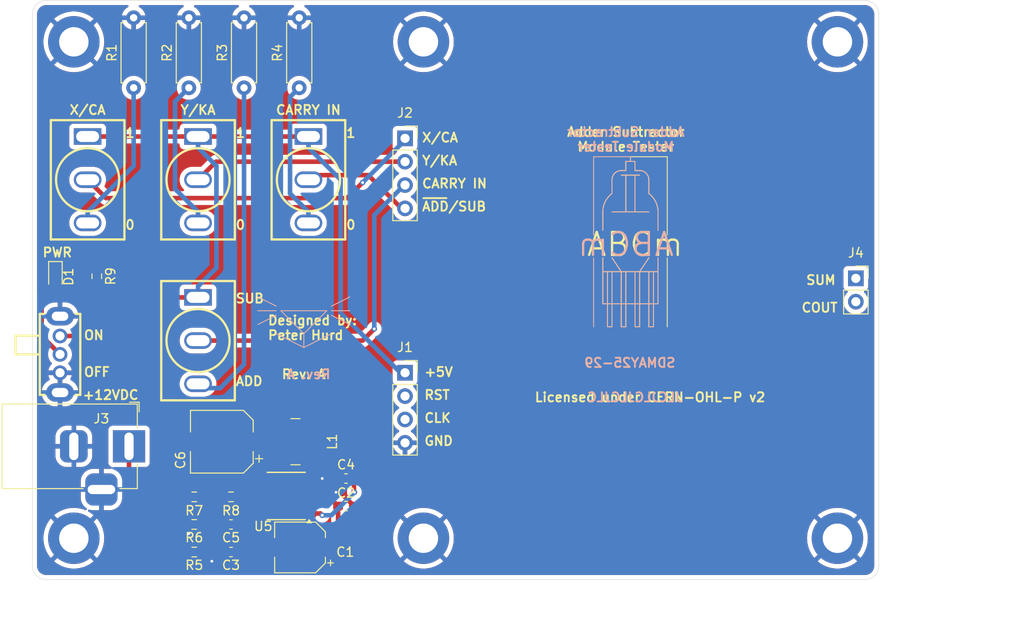
<source format=kicad_pcb>
(kicad_pcb (version 20240108) (generator "pcbnew") (generator_version "8.0")
  (layers (0 "F.Cu" signal) (31 "B.Cu" signal) (34 "B.Paste" user) (35 "F.Paste" user) (36 "B.SilkS" user "B.Silkscreen") (37 "F.SilkS" user "F.Silkscreen") (38 "B.Mask" user) (39 "F.Mask" user) (44 "Edge.Cuts" user))
  (net 0 "")
  (net 1 "Net-(R1-Pad1)")
  (net 2 "GND")
  (net 3 "Net-(R2-Pad1)")
  (net 4 "Net-(R3-Pad1)")
  (net 5 "Net-(R4-Pad1)")
  (net 6 "+5V")
  (net 7 "CA")
  (net 8 "KA")
  (net 9 "CARRY")
  (net 10 "ADD{slash}SUB")
  (net 11 "+12V")
  (net 12 "/SW")
  (net 13 "Net-(C5-Pad2)")
  (net 14 "Net-(D1-K)")
  (net 15 "/EN")
  (net 16 "/FB")
  (net 17 "Net-(C6-Pad1)")
  (net 18 "Net-(U5-SS)")
  (net 19 "Net-(U5-BST)")
  (net 20 "Net-(U5-COMP)")
  (footprint "LED_SMD:LED_0603_1608Metric_Pad1.05x0.95mm_HandSolder" (layer "F.Cu") (at 129.5 91.5625 -90)
    (property "Reference" "D1" (at 0 -1.43 -90) (layer "F.SilkS"))
    (property "Value" "PWR_Indicator")
    (pad "1" smd roundrect (at -0.875 0 270) (size 1.05 0.95) (layers "F.Cu" "F.Paste" "F.Mask") (net 14 "Net-(D1-K)"))
    (pad "2" smd roundrect (at 0.875 0 270) (size 1.05 0.95) (layers "F.Cu" "F.Paste" "F.Mask") (net 6 "+5V"))
  )
  (footprint "Resistor_SMD:R_0603_1608Metric_Pad0.98x0.95mm_HandSolder" (layer "F.Cu") (at 144.5875 115.5)
    (property "Reference" "R7" (at 0 1.5 0) (layer "F.SilkS"))
    (property "Value" "45.3k")
    (pad "1" smd roundrect (at -0.9125 0) (size 0.975 0.95) (layers "F.Cu" "F.Paste" "F.Mask") (net 17 "Net-(C6-Pad1)"))
    (pad "2" smd roundrect (at 0.9125 0) (size 0.975 0.95) (layers "F.Cu" "F.Paste" "F.Mask") (net 16 "/FB"))
  )
  (footprint "Connector_PinSocket_2.54mm:PinSocket_1x04_P2.54mm_Vertical" (layer "F.Cu") (at 167.5 102)
    (property "Reference" "J1" (at 0 -2.77 0) (layer "F.SilkS"))
    (property "Value" "Conn_01x04_Socket")
    (pad "1" thru_hole rect (at 0 0) (size 1.7 1.7) (drill 1) (layers "*.Cu" "*.Mask") (net 6 "+5V"))
    (pad "2" thru_hole oval (at 0 2.54) (size 1.7 1.7) (drill 1) (layers "*.Cu" "*.Mask"))
    (pad "3" thru_hole oval (at 0 5.08) (size 1.7 1.7) (drill 1) (layers "*.Cu" "*.Mask"))
    (pad "4" thru_hole oval (at 0 7.62) (size 1.7 1.7) (drill 1) (layers "*.Cu" "*.Mask") (net 2 "GND"))
  )
  (footprint "Connector_PinSocket_2.54mm:PinSocket_1x02_P2.54mm_Vertical" (layer "F.Cu") (at 216.5 91.73)
    (property "Reference" "J4" (at 0 -2.77 0) (layer "F.SilkS"))
    (property "Value" "Conn_01x02_Socket")
    (pad "1" thru_hole rect (at 0 0) (size 1.7 1.7) (drill 1) (layers "*.Cu" "*.Mask"))
    (pad "2" thru_hole oval (at 0 2.54) (size 1.7 1.7) (drill 1) (layers "*.Cu" "*.Mask"))
  )
  (footprint "Resistor_SMD:R_0603_1608Metric_Pad0.98x0.95mm_HandSolder" (layer "F.Cu") (at 144.5875 121.5 180)
    (property "Reference" "R5" (at 0 -1.43 0) (layer "F.SilkS"))
    (property "Value" "100k")
    (pad "1" smd roundrect (at -0.9125 0 180) (size 0.975 0.95) (layers "F.Cu" "F.Paste" "F.Mask") (net 15 "/EN"))
    (pad "2" smd roundrect (at 0.9125 0 180) (size 0.975 0.95) (layers "F.Cu" "F.Paste" "F.Mask") (net 11 "+12V"))
  )
  (footprint "Resistor_SMD:R_0603_1608Metric_Pad0.98x0.95mm_HandSolder" (layer "F.Cu") (at 148.5875 115.5)
    (property "Reference" "R8" (at 0 1.5 0) (layer "F.SilkS"))
    (property "Value" "10k")
    (pad "1" smd roundrect (at -0.9125 0) (size 0.975 0.95) (layers "F.Cu" "F.Paste" "F.Mask") (net 16 "/FB"))
    (pad "2" smd roundrect (at 0.9125 0) (size 0.975 0.95) (layers "F.Cu" "F.Paste" "F.Mask") (net 2 "GND"))
  )
  (footprint "Resistor_THT:R_Axial_DIN0207_L6.3mm_D2.5mm_P7.62mm_Horizontal" (layer "F.Cu") (at 138 71 90)
    (property "Reference" "R1" (at 3.81 -2.37 90) (layer "F.SilkS"))
    (property "Value" "330")
    (pad "1" thru_hole circle (at 0 0 90) (size 1.6 1.6) (drill 0.8) (layers "*.Cu" "*.Mask") (net 1 "Net-(R1-Pad1)"))
    (pad "2" thru_hole oval (at 7.62 0 90) (size 1.6 1.6) (drill 0.8) (layers "*.Cu" "*.Mask") (net 2 "GND"))
  )
  (footprint "Resistor_SMD:R_0603_1608Metric_Pad0.98x0.95mm_HandSolder" (layer "F.Cu") (at 144.5875 118.5 180)
    (property "Reference" "R6" (at 0 -1.43 0) (layer "F.SilkS"))
    (property "Value" "6.8k")
    (pad "1" smd roundrect (at -0.9125 0 180) (size 0.975 0.95) (layers "F.Cu" "F.Paste" "F.Mask") (net 13 "Net-(C5-Pad2)"))
    (pad "2" smd roundrect (at 0.9125 0 180) (size 0.975 0.95) (layers "F.Cu" "F.Paste" "F.Mask") (net 2 "GND"))
  )
  (footprint "MountingHole:MountingHole_3.2mm_M3_DIN965_Pad" (layer "F.Cu") (at 131.5 66)
    (property "Reference" "H1" (hide yes))
    (property "Value" "MountingHole_Pad")
    (pad "1" thru_hole circle (at 0 0) (size 5.6 5.6) (drill 3.2) (layers "*.Cu" "*.Mask") (net 2 "GND"))
  )
  (footprint "Capacitor_SMD:C_0603_1608Metric_Pad1.08x0.95mm_HandSolder" (layer "F.Cu") (at 148.5875 121.5 180)
    (property "Reference" "C3" (at 0 -1.43 0) (layer "F.SilkS"))
    (property "Value" "0.1uF")
    (pad "1" smd roundrect (at -0.8625 0 180) (size 1.075 0.95) (layers "F.Cu" "F.Paste" "F.Mask") (net 18 "Net-(U5-SS)"))
    (pad "2" smd roundrect (at 0.8625 0 180) (size 1.075 0.95) (layers "F.Cu" "F.Paste" "F.Mask") (net 2 "GND"))
  )
  (footprint "easyeda2kicad:SW-TH_MT-0-103-A101-M200-RS" (layer "F.Cu") (at 133 81 -90)
    (property "Reference" "U1" (hide yes))
    (property "Value" "Toggle_Switch_3PIN")
    (pad "1" thru_hole rect (at -4.7 0 270) (size 1.8 3) (drill oval 1.199998 2.499995) (layers "*.Cu" "*.Mask") (net 6 "+5V"))
    (pad "2" thru_hole oval (at 0 0 270) (size 1.8 3) (drill oval 1.199998 2.499995) (layers "*.Cu" "*.Mask") (net 7 "CA"))
    (pad "3" thru_hole oval (at 4.7 0 270) (size 1.8 3) (drill oval 1.199998 2.499995) (layers "*.Cu" "*.Mask") (net 1 "Net-(R1-Pad1)"))
  )
  (footprint "MountingHole:MountingHole_3.2mm_M3_DIN965_Pad" (layer "F.Cu") (at 214.5 66)
    (property "Reference" "H3" (hide yes))
    (property "Value" "MountingHole_Pad")
    (pad "1" thru_hole circle (at 0 0) (size 5.6 5.6) (drill 3.2) (layers "*.Cu" "*.Mask") (net 2 "GND"))
  )
  (footprint "Connector_BarrelJack:BarrelJack_Horizontal" (layer "F.Cu") (at 137.5 110)
    (property "Reference" "J3" (at -3 -3 0) (layer "F.SilkS"))
    (property "Value" "12V In")
    (pad "1" thru_hole rect (at 0 0) (size 3.5 3.5) (drill oval 1 3) (layers "*.Cu" "*.Mask") (net 11 "+12V"))
    (pad "2" thru_hole roundrect (at -6 0) (size 3 3.5) (drill oval 1 3) (layers "*.Cu" "*.Mask") (net 2 "GND"))
    (pad "3" thru_hole roundrect (at -3 4.7) (size 3.5 3.5) (drill oval 3 1) (layers "*.Cu" "*.Mask") (net 2 "GND"))
  )
  (footprint "Resistor_SMD:R_0603_1608Metric_Pad0.98x0.95mm_HandSolder" (layer "F.Cu") (at 134 91.5 90)
    (property "Reference" "R9" (at 0 1.5 90) (layer "F.SilkS"))
    (property "Value" "330")
    (pad "1" smd roundrect (at -0.9125 0 90) (size 0.975 0.95) (layers "F.Cu" "F.Paste" "F.Mask") (net 14 "Net-(D1-K)"))
    (pad "2" smd roundrect (at 0.9125 0 90) (size 0.975 0.95) (layers "F.Cu" "F.Paste" "F.Mask") (net 2 "GND"))
  )
  (footprint "Capacitor_SMD:C_0603_1608Metric_Pad1.08x0.95mm_HandSolder" (layer "F.Cu") (at 161.0875 113.5 180)
    (property "Reference" "C4" (at 0 1.5 0) (layer "F.SilkS"))
    (property "Value" "0.1uF")
    (pad "1" smd roundrect (at -0.8625 0 180) (size 1.075 0.95) (layers "F.Cu" "F.Paste" "F.Mask") (net 19 "Net-(U5-BST)"))
    (pad "2" smd roundrect (at 0.8625 0 180) (size 1.075 0.95) (layers "F.Cu" "F.Paste" "F.Mask") (net 12 "/SW"))
  )
  (footprint "Capacitor_SMD:C_0603_1608Metric_Pad1.08x0.95mm_HandSolder" (layer "F.Cu") (at 148.5875 118.5 180)
    (property "Reference" "C5" (at 0 -1.43 0) (layer "F.SilkS"))
    (property "Value" "6.8nF")
    (pad "1" smd roundrect (at -0.8625 0 180) (size 1.075 0.95) (layers "F.Cu" "F.Paste" "F.Mask") (net 20 "Net-(U5-COMP)"))
    (pad "2" smd roundrect (at 0.8625 0 180) (size 1.075 0.95) (layers "F.Cu" "F.Paste" "F.Mask") (net 13 "Net-(C5-Pad2)"))
  )
  (footprint "Capacitor_SMD:CP_Elec_6.3x7.7" (layer "F.Cu") (at 147.5875 109.5 180)
    (property "Reference" "C6" (at 4.5 -2 90) (layer "F.SilkS"))
    (property "Value" "47uF")
    (pad "1" smd roundrect (at -2.7 0 180) (size 3.5 1.6) (layers "F.Cu" "F.Paste" "F.Mask") (roundrect_rratio 0.15625) (net 17 "Net-(C6-Pad1)"))
    (pad "2" smd roundrect (at 2.7 0 180) (size 3.5 1.6) (layers "F.Cu" "F.Paste" "F.Mask") (roundrect_rratio 0.15625) (net 2 "GND"))
  )
  (footprint "Inductor_SMD:L_Coilcraft_LPS5030" (layer "F.Cu") (at 155.5875 109.5 180)
    (property "Reference" "L1" (at -4 0 90) (layer "F.SilkS"))
    (property "Value" "10uH")
    (pad "1" smd custom (at -2.2275 0 180) (size 1.055 3.4) (layers "F.Cu" "F.Paste" "F.Mask") (net 12 "/SW") (options (clearance outline) (anchor rect)) (primitives (gr_poly (pts (xy 1.4675 -1.7) (xy 0.5275 -0.8445) (xy 0.5275 0.8445) (xy 1.4675 1.7) (xy 1.4675 2.755) (xy 0.5275 2.755) (xy -0.5275 1.7) (xy -0.5275 -1.7) (xy 0.5275 -2.755) (xy 1.4675 -2.755)) (width 0) (fill yes))))
    (pad "2" smd custom (at 2.2275 0 180) (size 1.055 3.4) (layers "F.Cu" "F.Paste" "F.Mask") (net 17 "Net-(C6-Pad1)") (options (clearance outline) (anchor rect)) (primitives (gr_poly (pts (xy 0.5275 -1.7) (xy 0.5275 1.7) (xy -0.5275 2.755) (xy -1.4675 2.755) (xy -1.4675 1.7) (xy -0.5275 0.8445) (xy -0.5275 -0.8445) (xy -1.4675 -1.7) (xy -1.4675 -2.755) (xy -0.5275 -2.755)) (width 0) (fill yes))))
  )
  (footprint "easyeda2kicad:SW-TH_MT-0-103-A101-M200-RS" (layer "F.Cu") (at 145 98.5 -90)
    (property "Reference" "U4" (hide yes))
    (property "Value" "Toggle_Switch_3PIN")
    (pad "1" thru_hole rect (at -4.7 0 270) (size 1.8 3) (drill oval 1.199998 2.499995) (layers "*.Cu" "*.Mask") (net 6 "+5V"))
    (pad "2" thru_hole oval (at 0 0 270) (size 1.8 3) (drill oval 1.199998 2.499995) (layers "*.Cu" "*.Mask") (net 10 "ADD{slash}SUB"))
    (pad "3" thru_hole oval (at 4.7 0 270) (size 1.8 3) (drill oval 1.199998 2.499995) (layers "*.Cu" "*.Mask") (net 4 "Net-(R3-Pad1)"))
  )
  (footprint "MountingHole:MountingHole_3.2mm_M3_DIN965_Pad" (layer "F.Cu") (at 214.5 120)
    (property "Reference" "H6" (hide yes))
    (property "Value" "MountingHole_Pad")
    (pad "1" thru_hole circle (at 0 0) (size 5.6 5.6) (drill 3.2) (layers "*.Cu" "*.Mask") (net 2 "GND"))
  )
  (footprint "MountingHole:MountingHole_3.2mm_M3_DIN965_Pad" (layer "F.Cu") (at 169.5 66)
    (property "Reference" "H2" (hide yes))
    (property "Value" "MountingHole_Pad")
    (pad "1" thru_hole circle (at 0 0) (size 5.6 5.6) (drill 3.2) (layers "*.Cu" "*.Mask") (net 2 "GND"))
  )
  (footprint "0_add_sub_module_tester:logo" (layer "F.Cu") (at 192 87)
    (property "Reference" "Logo1" (hide yes))
    (property "Value" "logo")
    (fp_text user "ABCm" (at 0.5 2.5 0) (layer "F.SilkS") (effects (font (size 2.5 2.5) (thickness 0.25)) (justify bottom)))
  )
  (footprint "easyeda2kicad:SW-TH_SK12D07VG5" (layer "F.Cu") (at 130 100 -90)
    (property "Reference" "SW1" (hide yes))
    (property "Value" "PWR_SW")
    (pad "1" thru_hole oval (at -2 0 90) (size 1.6 1.6) (drill 0.999998) (layers "*.Cu" "*.Mask") (net 17 "Net-(C6-Pad1)"))
    (pad "2" thru_hole oval (at 0 0 90) (size 1.6 1.6) (drill 0.999998) (layers "*.Cu" "*.Mask") (net 6 "+5V"))
    (pad "3" thru_hole oval (at 2 0 90) (size 1.6 1.6) (drill 0.999998) (layers "*.Cu" "*.Mask") (net 2 "GND"))
    (pad "4" thru_hole oval (at 4.15 0 180) (size 3 2) (drill oval 1.799996 0.999998) (layers "*.Cu" "*.Mask") (net 2 "GND"))
    (pad "5" thru_hole oval (at -4.15 0 180) (size 3 2) (drill oval 1.799996 0.999998) (layers "*.Cu" "*.Mask") (net 2 "GND"))
  )
  (footprint "Capacitor_SMD:C_0603_1608Metric_Pad1.08x0.95mm_HandSolder" (layer "F.Cu") (at 161.0875 116.5)
    (property "Reference" "C2" (at 0 -1.43 0) (layer "F.SilkS"))
    (property "Value" "0.1uF")
    (pad "1" smd roundrect (at -0.8625 0) (size 1.075 0.95) (layers "F.Cu" "F.Paste" "F.Mask") (net 11 "+12V"))
    (pad "2" smd roundrect (at 0.8625 0) (size 1.075 0.95) (layers "F.Cu" "F.Paste" "F.Mask") (net 2 "GND"))
  )
  (footprint "MountingHole:MountingHole_3.2mm_M3_DIN965_Pad" (layer "F.Cu") (at 169.5 120)
    (property "Reference" "H5" (hide yes))
    (property "Value" "MountingHole_Pad")
    (pad "1" thru_hole circle (at 0 0) (size 5.6 5.6) (drill 3.2) (layers "*.Cu" "*.Mask") (net 2 "GND"))
  )
  (footprint "Package_SO:Diodes_SO-8EP" (layer "F.Cu") (at 154.585 115.405 180)
    (property "Reference" "U5" (at 2.4975 -3.3 0) (layer "F.SilkS"))
    (property "Value" "AP6503")
    (pad "1" smd rect (at -2.4975 -1.905 180) (size 1.505 0.802) (layers "F.Cu" "F.Paste" "F.Mask") (net 19 "Net-(U5-BST)"))
    (pad "2" smd rect (at -2.4975 -0.635 180) (size 1.505 0.802) (layers "F.Cu" "F.Paste" "F.Mask") (net 11 "+12V"))
    (pad "3" smd rect (at -2.4975 0.635 180) (size 1.505 0.802) (layers "F.Cu" "F.Paste" "F.Mask") (net 12 "/SW"))
    (pad "4" smd rect (at -2.4975 1.905 180) (size 1.505 0.802) (layers "F.Cu" "F.Paste" "F.Mask") (net 2 "GND"))
    (pad "5" smd rect (at 2.4975 1.905 180) (size 1.505 0.802) (layers "F.Cu" "F.Paste" "F.Mask") (net 16 "/FB"))
    (pad "6" smd rect (at 2.4975 0.635 180) (size 1.505 0.802) (layers "F.Cu" "F.Paste" "F.Mask") (net 20 "Net-(U5-COMP)"))
    (pad "7" smd rect (at 2.4975 -0.635 180) (size 1.505 0.802) (layers "F.Cu" "F.Paste" "F.Mask") (net 15 "/EN"))
    (pad "8" smd rect (at 2.4975 -1.905 180) (size 1.505 0.802) (layers "F.Cu" "F.Paste" "F.Mask") (net 18 "Net-(U5-SS)"))
    (pad "9" smd rect (at 0 0 180) (size 2.613 3.502) (layers "F.Cu" "F.Paste" "F.Mask") (net 2 "GND"))
  )
  (footprint "Resistor_THT:R_Axial_DIN0207_L6.3mm_D2.5mm_P7.62mm_Horizontal" (layer "F.Cu") (at 150 71 90)
    (property "Reference" "R3" (at 3.81 -2.37 90) (layer "F.SilkS"))
    (property "Value" "330")
    (pad "1" thru_hole circle (at 0 0 90) (size 1.6 1.6) (drill 0.8) (layers "*.Cu" "*.Mask") (net 4 "Net-(R3-Pad1)"))
    (pad "2" thru_hole oval (at 7.62 0 90) (size 1.6 1.6) (drill 0.8) (layers "*.Cu" "*.Mask") (net 2 "GND"))
  )
  (footprint "Capacitor_SMD:CP_Elec_5x5.4" (layer "F.Cu") (at 156.0875 121 180)
    (property "Reference" "C1" (at -4.9125 -0.5 0) (layer "F.SilkS"))
    (property "Value" "22uF")
    (pad "1" smd roundrect (at -2.2 0 180) (size 3 1.6) (layers "F.Cu" "F.Paste" "F.Mask") (roundrect_rratio 0.15625) (net 11 "+12V"))
    (pad "2" smd roundrect (at 2.2 0 180) (size 3 1.6) (layers "F.Cu" "F.Paste" "F.Mask") (roundrect_rratio 0.15625) (net 2 "GND"))
  )
  (footprint "easyeda2kicad:SW-TH_MT-0-103-A101-M200-RS" (layer "F.Cu") (at 145 81 -90)
    (property "Reference" "U2" (hide yes))
    (property "Value" "Toggle_Switch_3PIN")
    (pad "1" thru_hole rect (at -4.7 0 270) (size 1.8 3) (drill oval 1.199998 2.499995) (layers "*.Cu" "*.Mask") (net 6 "+5V"))
    (pad "2" thru_hole oval (at 0 0 270) (size 1.8 3) (drill oval 1.199998 2.499995) (layers "*.Cu" "*.Mask") (net 8 "KA"))
    (pad "3" thru_hole oval (at 4.7 0 270) (size 1.8 3) (drill oval 1.199998 2.499995) (layers "*.Cu" "*.Mask") (net 3 "Net-(R2-Pad1)"))
  )
  (footprint "Resistor_THT:R_Axial_DIN0207_L6.3mm_D2.5mm_P7.62mm_Horizontal" (layer "F.Cu") (at 144 71 90)
    (property "Reference" "R2" (at 3.81 -2.37 90) (layer "F.SilkS"))
    (property "Value" "330")
    (pad "1" thru_hole circle (at 0 0 90) (size 1.6 1.6) (drill 0.8) (layers "*.Cu" "*.Mask") (net 3 "Net-(R2-Pad1)"))
    (pad "2" thru_hole oval (at 7.62 0 90) (size 1.6 1.6) (drill 0.8) (layers "*.Cu" "*.Mask") (net 2 "GND"))
  )
  (footprint "Resistor_THT:R_Axial_DIN0207_L6.3mm_D2.5mm_P7.62mm_Horizontal" (layer "F.Cu") (at 156 71 90)
    (property "Reference" "R4" (at 3.81 -2.37 90) (layer "F.SilkS"))
    (property "Value" "330")
    (pad "1" thru_hole circle (at 0 0 90) (size 1.6 1.6) (drill 0.8) (layers "*.Cu" "*.Mask") (net 5 "Net-(R4-Pad1)"))
    (pad "2" thru_hole oval (at 7.62 0 90) (size 1.6 1.6) (drill 0.8) (layers "*.Cu" "*.Mask") (net 2 "GND"))
  )
  (footprint "easyeda2kicad:SW-TH_MT-0-103-A101-M200-RS" (layer "F.Cu") (at 157 81 -90)
    (property "Reference" "U3" (hide yes))
    (property "Value" "Toggle_Switch_3PIN")
    (pad "1" thru_hole rect (at -4.7 0 270) (size 1.8 3) (drill oval 1.199998 2.499995) (layers "*.Cu" "*.Mask") (net 6 "+5V"))
    (pad "2" thru_hole oval (at 0 0 270) (size 1.8 3) (drill oval 1.199998 2.499995) (layers "*.Cu" "*.Mask") (net 9 "CARRY"))
    (pad "3" thru_hole oval (at 4.7 0 270) (size 1.8 3) (drill oval 1.199998 2.499995) (layers "*.Cu" "*.Mask") (net 5 "Net-(R4-Pad1)"))
  )
  (footprint "Connector_PinSocket_2.54mm:PinSocket_1x04_P2.54mm_Vertical" (layer "F.Cu") (at 167.5 76.5)
    (property "Reference" "J2" (at 0 -2.77 0) (layer "F.SilkS"))
    (property "Value" "Conn_01x04_Socket")
    (pad "1" thru_hole rect (at 0 0) (size 1.7 1.7) (drill 1) (layers "*.Cu" "*.Mask") (net 7 "CA"))
    (pad "2" thru_hole oval (at 0 2.54) (size 1.7 1.7) (drill 1) (layers "*.Cu" "*.Mask") (net 8 "KA"))
    (pad "3" thru_hole oval (at 0 5.08) (size 1.7 1.7) (drill 1) (layers "*.Cu" "*.Mask") (net 10 "ADD{slash}SUB"))
    (pad "4" thru_hole oval (at 0 7.62) (size 1.7 1.7) (drill 1) (layers "*.Cu" "*.Mask") (net 9 "CARRY"))
  )
  (footprint "MountingHole:MountingHole_3.2mm_M3_DIN965_Pad" (layer "F.Cu") (at 131.5 120)
    (property "Reference" "H4" (hide yes))
    (property "Value" "MountingHole_Pad")
    (pad "1" thru_hole circle (at 0 0) (size 5.6 5.6) (drill 3.2) (layers "*.Cu" "*.Mask") (net 2 "GND"))
  )
  (footprint "0_add_sub_module_tester:logo" (layer "B.Cu") (at 192 87 180)
    (property "Reference" "logo2" (hide yes))
    (property "Value" "logo")
    (fp_text user "ABCm" (at 0.5 -2.5 0) (layer "B.SilkS") (effects (font (size 2.5 2.5) (thickness 0.25)) (justify bottom mirror)))
  )
  (footprint "0_add_sub_module_tester:hurd_mark" (layer "B.Cu") (at 156.5 97.75 180)
    (property "Reference" "REF**" (hide yes))
    (property "Value" "hurd_mark")
  )
  (gr_line (start 169.5 83) (end 172 83) (stroke (width 0.2)) (layer "F.SilkS"))
  (gr_line (start 219 63) (end 219 123) (stroke (width 0.05)) (layer "Edge.Cuts"))
  (gr_arc (start 127 63) (mid 127.43934 61.93934) (end 128.5 61.5) (stroke (width 0.05)) (layer "Edge.Cuts"))
  (gr_line (start 128.5 61.5) (end 217.5 61.5) (stroke (width 0.05)) (layer "Edge.Cuts"))
  (gr_line (start 127 123) (end 127 63) (stroke (width 0.05)) (layer "Edge.Cuts"))
  (gr_line (start 217.5 124.5) (end 128.5 124.5) (stroke (width 0.05)) (layer "Edge.Cuts"))
  (gr_arc (start 128.5 124.5) (mid 127.43934 124.06066) (end 127 123) (stroke (width 0.05)) (layer "Edge.Cuts"))
  (gr_arc (start 217.5 61.5) (mid 218.56066 61.93934) (end 219 63) (stroke (width 0.05)) (layer "Edge.Cuts"))
  (gr_arc (start 219 123) (mid 218.56066 124.06066) (end 217.5 124.5) (stroke (width 0.05)) (layer "Edge.Cuts"))
  (gr_text "Adder Subtractor\nModule Tester" (at 191.499475 78 0) (layer "B.SilkS") (effects (font (size 1 1) (thickness 0.2) (bold yes)) (justify bottom mirror)))
  (gr_text "SDMAY25-29" (at 197 101.5 0) (layer "B.SilkS") (effects (font (size 1 1) (thickness 0.2) (bold yes)) (justify left bottom mirror)))
  (gr_text "Rev. A" (at 159.5 102.75 0) (layer "B.SilkS") (effects (font (size 1 1) (thickness 0.2) (bold yes)) (justify left bottom mirror)))
  (gr_text "JLCJLCJLCJLC" (at 197.75 105.25 0) (layer "B.SilkS") (effects (font (size 1 1) (thickness 0.2) (bold yes)) (justify left bottom mirror)))
  (gr_text "0" (at 149 86.5 0) (layer "F.SilkS") (effects (font (size 1 1) (thickness 0.2) (bold yes)) (justify left bottom)))
  (gr_text "CARRY IN" (at 157 74 0) (layer "F.SilkS") (effects (font (size 1 1) (thickness 0.2) (bold yes)) (justify bottom)))
  (gr_text "CARRY IN" (at 169.25 82 0) (layer "F.SilkS") (effects (font (size 1 1) (thickness 0.2) (bold yes)) (justify left bottom)))
  (gr_text "CLK" (at 169.5 107.5 0) (layer "F.SilkS") (effects (font (size 1 1) (thickness 0.2) (bold yes)) (justify left bottom)))
  (gr_text "0" (at 161 86.5 0) (layer "F.SilkS") (effects (font (size 1 1) (thickness 0.2) (bold yes)) (justify left bottom)))
  (gr_text "1" (at 161 76.5 0) (layer "F.SilkS") (effects (font (size 1 1) (thickness 0.2) (bold yes)) (justify left bottom)))
  (gr_text "1" (at 149 76.5 0) (layer "F.SilkS") (effects (font (size 1 1) (thickness 0.2) (bold yes)) (justify left bottom)))
  (gr_text "Rev. A" (at 154 102.75 0) (layer "F.SilkS") (effects (font (size 1 1) (thickness 0.2) (bold yes)) (justify left bottom)))
  (gr_text "Y/KA" (at 145 74 0) (layer "F.SilkS") (effects (font (size 1 1) (thickness 0.2) (bold yes)) (justify bottom)))
  (gr_text "+12VDC" (at 135.5 105 0) (layer "F.SilkS") (effects (font (size 1 1) (thickness 0.2) (bold yes)) (justify bottom)))
  (gr_text "0" (at 137 86.5 0) (layer "F.SilkS") (effects (font (size 1 1) (thickness 0.2) (bold yes)) (justify left bottom)))
  (gr_text "X/CA" (at 169.25 77 0) (layer "F.SilkS") (effects (font (size 1 1) (thickness 0.2) (bold yes)) (justify left bottom)))
  (gr_text "ADD" (at 149 103.5 0) (layer "F.SilkS") (effects (font (size 1 1) (thickness 0.2) (bold yes)) (justify left bottom)))
  (gr_text "ON" (at 132.5 98.5 0) (layer "F.SilkS") (effects (font (size 1 1) (thickness 0.2) (bold yes)) (justify left bottom)))
  (gr_text "Adder Subtractor\nModule Tester" (at 191.5 78 0) (layer "F.SilkS") (effects (font (size 1 1) (thickness 0.2) (bold yes)) (justify bottom)))
  (gr_text "1" (at 137 76.5 0) (layer "F.SilkS") (effects (font (size 1 1) (thickness 0.2) (bold yes)) (justify left bottom)))
  (gr_text "Y/KA" (at 169.25 79.5 0) (layer "F.SilkS") (effects (font (size 1 1) (thickness 0.2) (bold yes)) (justify left bottom)))
  (gr_text "GND" (at 169.5 110 0) (layer "F.SilkS") (effects (font (size 1 1) (thickness 0.2) (bold yes)) (justify left bottom)))
  (gr_text "X/CA" (at 133 74 0) (layer "F.SilkS") (effects (font (size 1 1) (thickness 0.2) (bold yes)) (justify bottom)))
  (gr_text "ADD/SUB" (at 169.25 84.5 0) (layer "F.SilkS") (effects (font (size 1 1) (thickness 0.2) (bold yes)) (justify left bottom)))
  (gr_text "SUB" (at 149 94.5 0) (layer "F.SilkS") (effects (font (size 1 1) (thickness 0.2) (bold yes)) (justify left bottom)))
  (gr_text "COUT" (at 210.5 95.5 0) (layer "F.SilkS") (effects (font (size 1 1) (thickness 0.2) (bold yes)) (justify left bottom)))
  (gr_text "OFF" (at 132.5 102.5 0) (layer "F.SilkS") (effects (font (size 1 1) (thickness 0.2) (bold yes)) (justify left bottom)))
  (gr_text "Licensed under CERN-OHL-P v2" (at 181.500525 105.25 0) (layer "F.SilkS") (effects (font (size 1 1) (thickness 0.2) (bold yes)) (justify left bottom)))
  (gr_text "+5V" (at 169.5 102.5 0) (layer "F.SilkS") (effects (font (size 1 1) (thickness 0.2) (bold yes)) (justify left bottom)))
  (gr_text "PWR" (at 128 89.5 0) (layer "F.SilkS") (effects (font (size 1 1) (thickness 0.2) (bold yes)) (justify left bottom)))
  (gr_text "RST" (at 169.5 105 0) (layer "F.SilkS") (effects (font (size 1 1) (thickness 0.2) (bold yes)) (justify left bottom)))
  (gr_text "Designed by:\nPeter Hurd" (at 152.5 98.5 0) (layer "F.SilkS") (effects (font (size 1 1) (thickness 0.2) (bold yes)) (justify left bottom)))
  (gr_text "SUM" (at 211 92.5 0) (layer "F.SilkS") (effects (font (size 1 1) (thickness 0.2) (bold yes)) (justify left bottom)))
  (segment (start 133 84.4983) (end 138 79.4983) (width 0.5) (layer "B.Cu") (net 1))
  (segment (start 138 79.4983) (end 138 71) (width 0.5) (layer "B.Cu") (net 1))
  (segment (start 133 85.7) (end 133 84.4983) (width 0.5) (layer "B.Cu") (net 1))
  (segment (start 144 118.825) (end 143.675 118.5) (width 0.5) (layer "F.Cu") (net 2))
  (segment (start 160 115) (end 160.45 115) (width 0.5) (layer "F.Cu") (net 2))
  (segment (start 157.0825 113.5) (end 158.5 113.5) (width 0.5) (layer "F.Cu") (net 2))
  (segment (start 142 112.388) (end 144.888 109.5) (width 0.5) (layer "F.Cu") (net 2))
  (segment (start 152.388 122.5) (end 148.725 122.5) (width 0.5) (layer "F.Cu") (net 2))
  (segment (start 148 117) (end 149.5 115.5) (width 0.5) (layer "F.Cu") (net 2))
  (segment (start 148.725 122.5) (end 147.725 121.5) (width 0.5) (layer "F.Cu") (net 2))
  (segment (start 154.585 115.405) (end 154.585 120.302) (width 0.5) (layer "F.Cu") (net 2))
  (segment (start 147.725 121.5) (end 147.5 121.5) (width 0.5) (layer "F.Cu") (net 2))
  (segment (start 160.45 115) (end 161.95 116.5) (width 0.5) (layer "F.Cu") (net 2))
  (segment (start 142 116.825) (end 142 112.388) (width 0.5) (layer "F.Cu") (net 2))
  (segment (start 143.675 118.5) (end 142 116.825) (width 0.5) (layer "F.Cu") (net 2))
  (segment (start 147.5 121.5) (end 146.5 122.5) (width 0.5) (layer "F.Cu") (net 2))
  (segment (start 154.585 120.302) (end 153.888 121) (width 0.5) (layer "F.Cu") (net 2))
  (segment (start 144 119.5) (end 144 118.825) (width 0.5) (layer "F.Cu") (net 2))
  (segment (start 145.175 117) (end 148 117) (width 0.5) (layer "F.Cu") (net 2))
  (segment (start 143.675 118.5) (end 145.175 117) (width 0.5) (layer "F.Cu") (net 2))
  (segment (start 153.888 121) (end 152.388 122.5) (width 0.5) (layer "F.Cu") (net 2))
  (segment (start 154.585 115.405) (end 156.49 113.5) (width 0.5) (layer "F.Cu") (net 2))
  (segment (start 156.49 113.5) (end 157.0825 113.5) (width 0.5) (layer "F.Cu") (net 2))
  (via (at 160 115) (size 0.6) (drill 0.3) (layers "F.Cu" "B.Cu") (net 2))
  (via (at 144 119.5) (size 0.6) (drill 0.3) (layers "F.Cu" "B.Cu") (net 2))
  (via (at 146.5 122.5) (size 0.6) (drill 0.3) (layers "F.Cu" "B.Cu") (net 2))
  (via (at 158.5 113.5) (size 0.6) (drill 0.3) (layers "F.Cu" "B.Cu") (net 2))
  (segment (start 144 120) (end 146.5 122.5) (width 0.5) (layer "B.Cu") (net 2))
  (segment (start 167.5 109.5) (end 167.5 109.62) (width 0.5) (layer "B.Cu") (net 2))
  (segment (start 158.5 113.5) (end 160 115) (width 0.5) (layer "B.Cu") (net 2))
  (segment (start 144 119.5) (end 144 120) (width 0.5) (layer "B.Cu") (net 2))
  (segment (start 142.5 81.9983) (end 142.5 72.5) (width 0.5) (layer "B.Cu") (net 3))
  (segment (start 142.5 72.5) (end 144 71) (width 0.5) (layer "B.Cu") (net 3))
  (segment (start 145 85.7) (end 145 84.4983) (width 0.5) (layer "B.Cu") (net 3))
  (segment (start 145 84.4983) (end 142.5 81.9983) (width 0.5) (layer "B.Cu") (net 3))
  (segment (start 147.409 103.672) (end 150 101.082) (width 0.5) (layer "B.Cu") (net 4))
  (segment (start 145.472 103.672) (end 147.409 103.672) (width 0.5) (layer "B.Cu") (net 4))
  (segment (start 150 101.082) (end 150 71) (width 0.5) (layer "B.Cu") (net 4))
  (segment (start 145 103.2) (end 145.472 103.672) (width 0.5) (layer "B.Cu") (net 4))
  (segment (start 155 72) (end 156 71) (width 0.5) (layer "B.Cu") (net 5))
  (segment (start 155 82.4983) (end 155 72) (width 0.5) (layer "B.Cu") (net 5))
  (segment (start 157 84.4983) (end 155 82.4983) (width 0.5) (layer "B.Cu") (net 5))
  (segment (start 157 85.7) (end 157 84.4983) (width 0.5) (layer "B.Cu") (net 5))
  (segment (start 145 76.3) (end 157 76.3) (width 0.5) (layer "F.Cu") (net 6))
  (segment (start 157 76.3) (end 157.2 76.5) (width 0.5) (layer "F.Cu") (net 6))
  (segment (start 133 76.3) (end 145 76.3) (width 0.5) (layer "F.Cu") (net 6))
  (segment (start 130.712 93.8) (end 129.5 92.5875) (width 0.5) (layer "F.Cu") (net 6))
  (segment (start 128 94.0875) (end 129.5 92.5875) (width 0.5) (layer "F.Cu") (net 6))
  (segment (start 130 100) (end 128 98) (width 0.5) (layer "F.Cu") (net 6))
  (segment (start 145 93.8) (end 130.712 93.8) (width 0.5) (layer "F.Cu") (net 6))
  (segment (start 128 98) (end 128 94.0875) (width 0.5) (layer "F.Cu") (net 6))
  (segment (start 167.5 102) (end 167 102) (width 0.5) (layer "B.Cu") (net 6))
  (segment (start 157 77.5017) (end 157 76.3) (width 0.5) (layer "B.Cu") (net 6))
  (segment (start 147 90.5983) (end 147 79.5017) (width 0.5) (layer "B.Cu") (net 6))
  (segment (start 145 77.5017) (end 145 76.3) (width 0.5) (layer "B.Cu") (net 6))
  (segment (start 167 102) (end 160.4998 95.4998) (width 0.5) (layer "B.Cu") (net 6))
  (segment (start 145 92.5983) (end 147 90.5983) (width 0.5) (layer "B.Cu") (net 6))
  (segment (start 147 79.5017) (end 145 77.5017) (width 0.5) (layer "B.Cu") (net 6))
  (segment (start 160.4998 81.0015) (end 157 77.5017) (width 0.5) (layer "B.Cu") (net 6))
  (segment (start 145 93.8) (end 145 92.5983) (width 0.5) (layer "B.Cu") (net 6))
  (segment (start 160.4998 95.4998) (end 160.4998 81.0015) (width 0.5) (layer "B.Cu") (net 6))
  (segment (start 162.8887 81.304) (end 161.1927 83) (width 0.5) (layer "F.Cu") (net 7))
  (segment (start 161.1927 83) (end 160 83) (width 0.5) (layer "F.Cu") (net 7))
  (segment (start 135 83) (end 133 81) (width 0.5) (layer "F.Cu") (net 7))
  (segment (start 160 83) (end 135 83) (width 0.5) (layer "F.Cu") (net 7))
  (via (at 162.8887 81.304) (size 0.6) (drill 0.3) (layers "F.Cu" "B.Cu") (net 7))
  (segment (start 167.5 76.5) (end 167.5 76.6927) (width 0.5) (layer "B.Cu") (net 7))
  (segment (start 167.5 76.6927) (end 162.8887 81.304) (width 0.5) (layer "B.Cu") (net 7))
  (segment (start 145 81) (end 146.96 79.04) (width 0.5) (layer "F.Cu") (net 8))
  (segment (start 146.96 79.04) (end 167.5 79.04) (width 0.5) (layer "F.Cu") (net 8))
  (segment (start 163.5 80.5) (end 157.5 80.5) (width 0.5) (layer "F.Cu") (net 9))
  (segment (start 157.5 80.5) (end 157 81) (width 0.5) (layer "F.Cu") (net 9))
  (segment (start 167.5 84.12) (end 167.12 84.12) (width 0.5) (layer "F.Cu") (net 9))
  (segment (start 167.12 84.12) (end 163.5 80.5) (width 0.5) (layer "F.Cu") (net 9))
  (segment (start 162.8859 98.5) (end 164.158 97.2279) (width 0.5) (layer "F.Cu") (net 10))
  (segment (start 145 98.5) (end 157.768 98.5) (width 0.5) (layer "F.Cu") (net 10))
  (segment (start 157.768 98.5) (end 162.8859 98.5) (width 0.5) (layer "F.Cu") (net 10))
  (via (at 164.158 97.2279) (size 0.6) (drill 0.3) (layers "F.Cu" "B.Cu") (net 10))
  (segment (start 164.158 84.842) (end 167.42 81.58) (width 0.5) (layer "B.Cu") (net 10))
  (segment (start 164.158 97.2279) (end 164.158 84.842) (width 0.5) (layer "B.Cu") (net 10))
  (segment (start 167.42 81.58) (end 167.5 81.58) (width 0.5) (layer "B.Cu") (net 10))
  (segment (start 158.772 120.5155) (end 158.2875 121) (width 0.2) (layer "F.Cu") (net 11))
  (segment (start 159.256 120.031) (end 158.772 120.5155) (width 0.2) (layer "F.Cu") (net 11))
  (segment (start 157.082 116.04) (end 157.0825 116.04) (width 0.5) (layer "F.Cu") (net 11))
  (segment (start 159.765 116.04) (end 160.225 116.5) (width 0.5) (layer "F.Cu") (net 11))
  (segment (start 159.256 120.031) (end 158.772 120.5155) (width 0.5) (layer "F.Cu") (net 11))
  (segment (start 157.0825 116.04) (end 159.765 116.04) (width 0.5) (layer "F.Cu") (net 11))
  (segment (start 143.675 121.5) (end 137.5 115.325) (width 0.5) (layer "F.Cu") (net 11))
  (segment (start 158.288 121) (end 155.788 123.5) (width 0.5) (layer "F.Cu") (net 11))
  (segment (start 160.225 116.5) (end 160.225 119.062) (width 0.5) (layer "F.Cu") (net 11))
  (segment (start 158.772 120.5155) (end 158.288 121) (width 0.5) (layer "F.Cu") (net 11))
  (segment (start 145.675 123.5) (end 143.675 121.5) (width 0.5) (layer "F.Cu") (net 11))
  (segment (start 160.225 119.062) (end 159.256 120.031) (width 0.5) (layer "F.Cu") (net 11))
  (segment (start 158.772 120.5155) (end 158.288 121) (width 0.2) (layer "F.Cu") (net 11))
  (segment (start 137.5 115.325) (end 137.5 110) (width 0.5) (layer "F.Cu") (net 11))
  (segment (start 155.788 123.5) (end 145.675 123.5) (width 0.5) (layer "F.Cu") (net 11))
  (segment (start 160.225 113.5) (end 160.225 111.91) (width 0.5) (layer "F.Cu") (net 12))
  (segment (start 160.225 111.91) (end 157.815 109.5) (width 0.5) (layer "F.Cu") (net 12))
  (segment (start 157.0825 114.77) (end 158.955 114.77) (width 0.5) (layer "F.Cu") (net 12))
  (segment (start 157.082 114.77) (end 157.0825 114.77) (width 0.5) (layer "F.Cu") (net 12))
  (segment (start 158.955 114.77) (end 160.225 113.5) (width 0.5) (layer "F.Cu") (net 12))
  (segment (start 145.5 118.5) (end 147.725 118.5) (width 0.5) (layer "F.Cu") (net 13))
  (segment (start 132.125 90.5375) (end 134 92.4125) (width 0.5) (layer "F.Cu") (net 14))
  (segment (start 129.5 90.5375) (end 132.125 90.5375) (width 0.5) (layer "F.Cu") (net 14))
  (segment (start 147.5 119.5) (end 150 119.5) (width 0.5) (layer "F.Cu") (net 15))
  (segment (start 152.0875 116.04) (end 152.088 116.04) (width 0.5) (layer "F.Cu") (net 15))
  (segment (start 150.5 117) (end 151.46 116.04) (width 0.5) (layer "F.Cu") (net 15))
  (segment (start 150.5 119) (end 150.5 117) (width 0.5) (layer "F.Cu") (net 15))
  (segment (start 151.46 116.04) (end 152.0875 116.04) (width 0.5) (layer "F.Cu") (net 15))
  (segment (start 145.5 121.5) (end 147.5 119.5) (width 0.5) (layer "F.Cu") (net 15))
  (segment (start 150 119.5) (end 150.5 119) (width 0.5) (layer "F.Cu") (net 15))
  (segment (start 152.0875 113.5) (end 149.675 113.5) (width 0.5) (layer "F.Cu") (net 16))
  (segment (start 147.675 115.5) (end 145.5 115.5) (width 0.5) (layer "F.Cu") (net 16))
  (segment (start 149.675 113.5) (end 147.675 115.5) (width 0.5) (layer "F.Cu") (net 16))
  (segment (start 152.088 113.5) (end 152.0875 113.5) (width 0.5) (layer "F.Cu") (net 16))
  (segment (start 149.675 109.5) (end 149.981 109.5) (width 0.5) (layer "F.Cu") (net 17))
  (segment (start 136.577 98) (end 148.077 109.5) (width 0.5) (layer "F.Cu") (net 17))
  (segment (start 149.675 109.5) (end 149.981 109.5) (width 0.5) (layer "F.Cu") (net 17))
  (segment (start 150.2875 109.5) (end 153.36 109.5) (width 0.5) (layer "F.Cu") (net 17))
  (segment (start 130 98) (end 136.577 98) (width 0.5) (layer "F.Cu") (net 17))
  (segment (start 149.981 109.5) (end 150.2875 109.5) (width 0.5) (layer "F.Cu") (net 17))
  (segment (start 143.675 115.5) (end 149.675 109.5) (width 0.5) (layer "F.Cu") (net 17))
  (segment (start 148.077 109.5) (end 149.675 109.5) (width 0.5) (layer "F.Cu") (net 17))
  (segment (start 152.088 117.71) (end 152.088 117.31) (width 0.2) (layer "F.Cu") (net 18))
  (segment (start 149.45 121.5) (end 149.5 121.5) (width 0.5) (layer "F.Cu") (net 18))
  (segment (start 152.088 118.11) (end 152.088 117.71) (width 0.5) (layer "F.Cu") (net 18))
  (segment (start 149.5 121.5) (end 152.088 118.912) (width 0.5) (layer "F.Cu") (net 18))
  (segment (start 152.088 117.71) (end 152.088 117.31) (width 0.5) (layer "F.Cu") (net 18))
  (segment (start 152.088 118.111) (end 152.088 118.11) (width 0.5) (layer "F.Cu") (net 18))
  (segment (start 152.088 118.11) (end 152.088 117.71) (width 0.2) (layer "F.Cu") (net 18))
  (segment (start 152.088 117.71) (end 152.0875 117.7095) (width 0.2) (layer "F.Cu") (net 18))
  (segment (start 152.088 118.111) (end 152.088 118.11) (width 0.2) (layer "F.Cu") (net 18))
  (segment (start 152.0875 117.7095) (end 152.0875 117.31) (width 0.2) (layer "F.Cu") (net 18))
  (segment (start 152.088 118.912) (end 152.088 118.111) (width 0.5) (layer "F.Cu") (net 18))
  (segment (start 157.0825 117.31) (end 158.31 117.31) (width 0.5) (layer "F.Cu") (net 19))
  (segment (start 157.082 117.31) (end 157.0825 117.31) (width 0.5) (layer "F.Cu") (net 19))
  (segment (start 161.95 114.95) (end 162 115) (width 0.5) (layer "F.Cu") (net 19))
  (segment (start 158.31 117.31) (end 158.5 117.5) (width 0.5) (layer "F.Cu") (net 19))
  (segment (start 161.95 113.5) (end 161.95 114.95) (width 0.5) (layer "F.Cu") (net 19))
  (via (at 162 115) (size 0.6) (drill 0.3) (layers "F.Cu" "B.Cu") (net 19))
  (via (at 158.5 117.5) (size 0.6) (drill 0.3) (layers "F.Cu" "B.Cu") (net 19))
  (segment (start 158.5 117.5) (end 159.5 117.5) (width 0.5) (layer "B.Cu") (net 19))
  (segment (start 159.5 117.5) (end 162 115) (width 0.5) (layer "B.Cu") (net 19))
  (segment (start 150.438 115.492) (end 151.159 114.77) (width 0.5) (layer "F.Cu") (net 20))
  (segment (start 149.5 118.5) (end 149.5 116.49) (width 0.5) (layer "F.Cu") (net 20))
  (segment (start 152.0875 114.77) (end 152.088 114.77) (width 0.5) (layer "F.Cu") (net 20))
  (segment (start 150.438 116.029) (end 150.438 115.492) (width 0.5) (layer "F.Cu") (net 20))
  (segment (start 149.45 118.5) (end 149.5 118.5) (width 0.5) (layer "F.Cu") (net 20))
  (segment (start 149.565 116.425) (end 150.041 116.425) (width 0.5) (layer "F.Cu") (net 20))
  (segment (start 149.5 116.49) (end 149.565 116.425) (width 0.5) (layer "F.Cu") (net 20))
  (segment (start 150.041 116.425) (end 150.438 116.029) (width 0.5) (layer "F.Cu") (net 20))
  (segment (start 151.159 114.77) (end 152.0875 114.77) (width 0.5) (layer "F.Cu") (net 20))
  (zone (net 2) (net_name "GND") (layers "F&B.Cu") (connect_pads (clearance 0.5)) (min_thickness 0.25) (fill yes (thermal_gap 0.5) (thermal_bridge_width 0.5))
    (polygon (pts (xy 127 61.5) (xy 219 61.5) (xy 219 124.5) (xy 127 124.5)))
  )
)
</source>
